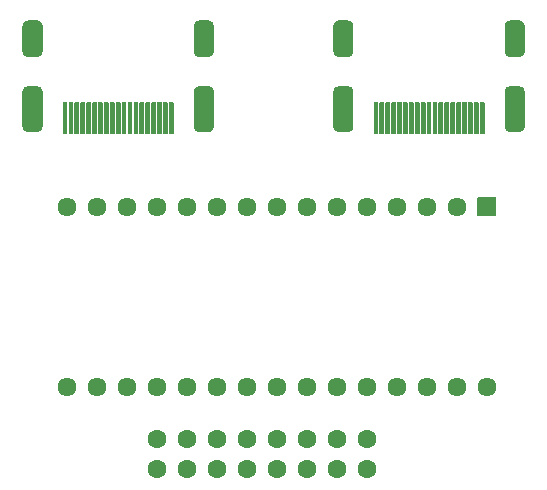
<source format=gbr>
G04 #@! TF.GenerationSoftware,KiCad,Pcbnew,(5.1.10-1-10_14)*
G04 #@! TF.CreationDate,2021-11-29T00:01:07-05:00*
G04 #@! TF.ProjectId,SNAC Sniffer SQUARE,534e4143-2053-46e6-9966-666572205351,1*
G04 #@! TF.SameCoordinates,Original*
G04 #@! TF.FileFunction,Soldermask,Top*
G04 #@! TF.FilePolarity,Negative*
%FSLAX46Y46*%
G04 Gerber Fmt 4.6, Leading zero omitted, Abs format (unit mm)*
G04 Created by KiCad (PCBNEW (5.1.10-1-10_14)) date 2021-11-29 00:01:07*
%MOMM*%
%LPD*%
G01*
G04 APERTURE LIST*
%ADD10C,1.601600*%
%ADD11C,1.609600*%
G04 APERTURE END LIST*
D10*
X130530000Y-131690000D03*
X130530000Y-129150000D03*
X133070000Y-131690000D03*
X133070000Y-129150000D03*
X135610000Y-131690000D03*
X135610000Y-129150000D03*
X138150000Y-131690000D03*
X138150000Y-129150000D03*
X140690000Y-131690000D03*
X140690000Y-129150000D03*
X143230000Y-131690000D03*
X143230000Y-129150000D03*
X145770000Y-131690000D03*
X145770000Y-129150000D03*
X148310000Y-131690000D03*
X148310000Y-129150000D03*
G36*
G01*
X120850800Y-94154600D02*
X120850800Y-96405400D01*
G75*
G02*
X120425400Y-96830800I-425400J0D01*
G01*
X119574600Y-96830800D01*
G75*
G02*
X119149200Y-96405400I0J425400D01*
G01*
X119149200Y-94154600D01*
G75*
G02*
X119574600Y-93729200I425400J0D01*
G01*
X120425400Y-93729200D01*
G75*
G02*
X120850800Y-94154600I0J-425400D01*
G01*
G37*
G36*
G01*
X135350800Y-94154600D02*
X135350800Y-96405400D01*
G75*
G02*
X134925400Y-96830800I-425400J0D01*
G01*
X134074600Y-96830800D01*
G75*
G02*
X133649200Y-96405400I0J425400D01*
G01*
X133649200Y-94154600D01*
G75*
G02*
X134074600Y-93729200I425400J0D01*
G01*
X134925400Y-93729200D01*
G75*
G02*
X135350800Y-94154600I0J-425400D01*
G01*
G37*
G36*
G01*
X135350800Y-99714600D02*
X135350800Y-102765400D01*
G75*
G02*
X134925400Y-103190800I-425400J0D01*
G01*
X134074600Y-103190800D01*
G75*
G02*
X133649200Y-102765400I0J425400D01*
G01*
X133649200Y-99714600D01*
G75*
G02*
X134074600Y-99289200I425400J0D01*
G01*
X134925400Y-99289200D01*
G75*
G02*
X135350800Y-99714600I0J-425400D01*
G01*
G37*
G36*
G01*
X120850800Y-99714600D02*
X120850800Y-102765400D01*
G75*
G02*
X120425400Y-103190800I-425400J0D01*
G01*
X119574600Y-103190800D01*
G75*
G02*
X119149200Y-102765400I0J425400D01*
G01*
X119149200Y-99714600D01*
G75*
G02*
X119574600Y-99289200I425400J0D01*
G01*
X120425400Y-99289200D01*
G75*
G02*
X120850800Y-99714600I0J-425400D01*
G01*
G37*
G36*
G01*
X131950800Y-100700000D02*
X131950800Y-103300000D01*
G75*
G02*
X131900000Y-103350800I-50800J0D01*
G01*
X131600000Y-103350800D01*
G75*
G02*
X131549200Y-103300000I0J50800D01*
G01*
X131549200Y-100700000D01*
G75*
G02*
X131600000Y-100649200I50800J0D01*
G01*
X131900000Y-100649200D01*
G75*
G02*
X131950800Y-100700000I0J-50800D01*
G01*
G37*
G36*
G01*
X131450800Y-100700000D02*
X131450800Y-103300000D01*
G75*
G02*
X131400000Y-103350800I-50800J0D01*
G01*
X131100000Y-103350800D01*
G75*
G02*
X131049200Y-103300000I0J50800D01*
G01*
X131049200Y-100700000D01*
G75*
G02*
X131100000Y-100649200I50800J0D01*
G01*
X131400000Y-100649200D01*
G75*
G02*
X131450800Y-100700000I0J-50800D01*
G01*
G37*
G36*
G01*
X130950800Y-100700000D02*
X130950800Y-103300000D01*
G75*
G02*
X130900000Y-103350800I-50800J0D01*
G01*
X130600000Y-103350800D01*
G75*
G02*
X130549200Y-103300000I0J50800D01*
G01*
X130549200Y-100700000D01*
G75*
G02*
X130600000Y-100649200I50800J0D01*
G01*
X130900000Y-100649200D01*
G75*
G02*
X130950800Y-100700000I0J-50800D01*
G01*
G37*
G36*
G01*
X130450800Y-100700000D02*
X130450800Y-103300000D01*
G75*
G02*
X130400000Y-103350800I-50800J0D01*
G01*
X130100000Y-103350800D01*
G75*
G02*
X130049200Y-103300000I0J50800D01*
G01*
X130049200Y-100700000D01*
G75*
G02*
X130100000Y-100649200I50800J0D01*
G01*
X130400000Y-100649200D01*
G75*
G02*
X130450800Y-100700000I0J-50800D01*
G01*
G37*
G36*
G01*
X129950800Y-100700000D02*
X129950800Y-103300000D01*
G75*
G02*
X129900000Y-103350800I-50800J0D01*
G01*
X129600000Y-103350800D01*
G75*
G02*
X129549200Y-103300000I0J50800D01*
G01*
X129549200Y-100700000D01*
G75*
G02*
X129600000Y-100649200I50800J0D01*
G01*
X129900000Y-100649200D01*
G75*
G02*
X129950800Y-100700000I0J-50800D01*
G01*
G37*
G36*
G01*
X129450800Y-100700000D02*
X129450800Y-103300000D01*
G75*
G02*
X129400000Y-103350800I-50800J0D01*
G01*
X129100000Y-103350800D01*
G75*
G02*
X129049200Y-103300000I0J50800D01*
G01*
X129049200Y-100700000D01*
G75*
G02*
X129100000Y-100649200I50800J0D01*
G01*
X129400000Y-100649200D01*
G75*
G02*
X129450800Y-100700000I0J-50800D01*
G01*
G37*
G36*
G01*
X128950800Y-100700000D02*
X128950800Y-103300000D01*
G75*
G02*
X128900000Y-103350800I-50800J0D01*
G01*
X128600000Y-103350800D01*
G75*
G02*
X128549200Y-103300000I0J50800D01*
G01*
X128549200Y-100700000D01*
G75*
G02*
X128600000Y-100649200I50800J0D01*
G01*
X128900000Y-100649200D01*
G75*
G02*
X128950800Y-100700000I0J-50800D01*
G01*
G37*
G36*
G01*
X128450800Y-100700000D02*
X128450800Y-103300000D01*
G75*
G02*
X128400000Y-103350800I-50800J0D01*
G01*
X128100000Y-103350800D01*
G75*
G02*
X128049200Y-103300000I0J50800D01*
G01*
X128049200Y-100700000D01*
G75*
G02*
X128100000Y-100649200I50800J0D01*
G01*
X128400000Y-100649200D01*
G75*
G02*
X128450800Y-100700000I0J-50800D01*
G01*
G37*
G36*
G01*
X127950800Y-100700000D02*
X127950800Y-103300000D01*
G75*
G02*
X127900000Y-103350800I-50800J0D01*
G01*
X127600000Y-103350800D01*
G75*
G02*
X127549200Y-103300000I0J50800D01*
G01*
X127549200Y-100700000D01*
G75*
G02*
X127600000Y-100649200I50800J0D01*
G01*
X127900000Y-100649200D01*
G75*
G02*
X127950800Y-100700000I0J-50800D01*
G01*
G37*
G36*
G01*
X127450800Y-100700000D02*
X127450800Y-103300000D01*
G75*
G02*
X127400000Y-103350800I-50800J0D01*
G01*
X127100000Y-103350800D01*
G75*
G02*
X127049200Y-103300000I0J50800D01*
G01*
X127049200Y-100700000D01*
G75*
G02*
X127100000Y-100649200I50800J0D01*
G01*
X127400000Y-100649200D01*
G75*
G02*
X127450800Y-100700000I0J-50800D01*
G01*
G37*
G36*
G01*
X126950800Y-100700000D02*
X126950800Y-103300000D01*
G75*
G02*
X126900000Y-103350800I-50800J0D01*
G01*
X126600000Y-103350800D01*
G75*
G02*
X126549200Y-103300000I0J50800D01*
G01*
X126549200Y-100700000D01*
G75*
G02*
X126600000Y-100649200I50800J0D01*
G01*
X126900000Y-100649200D01*
G75*
G02*
X126950800Y-100700000I0J-50800D01*
G01*
G37*
G36*
G01*
X126450800Y-100700000D02*
X126450800Y-103300000D01*
G75*
G02*
X126400000Y-103350800I-50800J0D01*
G01*
X126100000Y-103350800D01*
G75*
G02*
X126049200Y-103300000I0J50800D01*
G01*
X126049200Y-100700000D01*
G75*
G02*
X126100000Y-100649200I50800J0D01*
G01*
X126400000Y-100649200D01*
G75*
G02*
X126450800Y-100700000I0J-50800D01*
G01*
G37*
G36*
G01*
X125950800Y-100700000D02*
X125950800Y-103300000D01*
G75*
G02*
X125900000Y-103350800I-50800J0D01*
G01*
X125600000Y-103350800D01*
G75*
G02*
X125549200Y-103300000I0J50800D01*
G01*
X125549200Y-100700000D01*
G75*
G02*
X125600000Y-100649200I50800J0D01*
G01*
X125900000Y-100649200D01*
G75*
G02*
X125950800Y-100700000I0J-50800D01*
G01*
G37*
G36*
G01*
X125450800Y-100700000D02*
X125450800Y-103300000D01*
G75*
G02*
X125400000Y-103350800I-50800J0D01*
G01*
X125100000Y-103350800D01*
G75*
G02*
X125049200Y-103300000I0J50800D01*
G01*
X125049200Y-100700000D01*
G75*
G02*
X125100000Y-100649200I50800J0D01*
G01*
X125400000Y-100649200D01*
G75*
G02*
X125450800Y-100700000I0J-50800D01*
G01*
G37*
G36*
G01*
X124950800Y-100700000D02*
X124950800Y-103300000D01*
G75*
G02*
X124900000Y-103350800I-50800J0D01*
G01*
X124600000Y-103350800D01*
G75*
G02*
X124549200Y-103300000I0J50800D01*
G01*
X124549200Y-100700000D01*
G75*
G02*
X124600000Y-100649200I50800J0D01*
G01*
X124900000Y-100649200D01*
G75*
G02*
X124950800Y-100700000I0J-50800D01*
G01*
G37*
G36*
G01*
X124450800Y-100700000D02*
X124450800Y-103300000D01*
G75*
G02*
X124400000Y-103350800I-50800J0D01*
G01*
X124100000Y-103350800D01*
G75*
G02*
X124049200Y-103300000I0J50800D01*
G01*
X124049200Y-100700000D01*
G75*
G02*
X124100000Y-100649200I50800J0D01*
G01*
X124400000Y-100649200D01*
G75*
G02*
X124450800Y-100700000I0J-50800D01*
G01*
G37*
G36*
G01*
X123950800Y-100700000D02*
X123950800Y-103300000D01*
G75*
G02*
X123900000Y-103350800I-50800J0D01*
G01*
X123600000Y-103350800D01*
G75*
G02*
X123549200Y-103300000I0J50800D01*
G01*
X123549200Y-100700000D01*
G75*
G02*
X123600000Y-100649200I50800J0D01*
G01*
X123900000Y-100649200D01*
G75*
G02*
X123950800Y-100700000I0J-50800D01*
G01*
G37*
G36*
G01*
X123450800Y-100700000D02*
X123450800Y-103300000D01*
G75*
G02*
X123400000Y-103350800I-50800J0D01*
G01*
X123100000Y-103350800D01*
G75*
G02*
X123049200Y-103300000I0J50800D01*
G01*
X123049200Y-100700000D01*
G75*
G02*
X123100000Y-100649200I50800J0D01*
G01*
X123400000Y-100649200D01*
G75*
G02*
X123450800Y-100700000I0J-50800D01*
G01*
G37*
G36*
G01*
X122950800Y-100700000D02*
X122950800Y-103300000D01*
G75*
G02*
X122900000Y-103350800I-50800J0D01*
G01*
X122600000Y-103350800D01*
G75*
G02*
X122549200Y-103300000I0J50800D01*
G01*
X122549200Y-100700000D01*
G75*
G02*
X122600000Y-100649200I50800J0D01*
G01*
X122900000Y-100649200D01*
G75*
G02*
X122950800Y-100700000I0J-50800D01*
G01*
G37*
G36*
G01*
X147170800Y-94154600D02*
X147170800Y-96405400D01*
G75*
G02*
X146745400Y-96830800I-425400J0D01*
G01*
X145894600Y-96830800D01*
G75*
G02*
X145469200Y-96405400I0J425400D01*
G01*
X145469200Y-94154600D01*
G75*
G02*
X145894600Y-93729200I425400J0D01*
G01*
X146745400Y-93729200D01*
G75*
G02*
X147170800Y-94154600I0J-425400D01*
G01*
G37*
G36*
G01*
X161670800Y-94154600D02*
X161670800Y-96405400D01*
G75*
G02*
X161245400Y-96830800I-425400J0D01*
G01*
X160394600Y-96830800D01*
G75*
G02*
X159969200Y-96405400I0J425400D01*
G01*
X159969200Y-94154600D01*
G75*
G02*
X160394600Y-93729200I425400J0D01*
G01*
X161245400Y-93729200D01*
G75*
G02*
X161670800Y-94154600I0J-425400D01*
G01*
G37*
G36*
G01*
X161670800Y-99714600D02*
X161670800Y-102765400D01*
G75*
G02*
X161245400Y-103190800I-425400J0D01*
G01*
X160394600Y-103190800D01*
G75*
G02*
X159969200Y-102765400I0J425400D01*
G01*
X159969200Y-99714600D01*
G75*
G02*
X160394600Y-99289200I425400J0D01*
G01*
X161245400Y-99289200D01*
G75*
G02*
X161670800Y-99714600I0J-425400D01*
G01*
G37*
G36*
G01*
X147170800Y-99714600D02*
X147170800Y-102765400D01*
G75*
G02*
X146745400Y-103190800I-425400J0D01*
G01*
X145894600Y-103190800D01*
G75*
G02*
X145469200Y-102765400I0J425400D01*
G01*
X145469200Y-99714600D01*
G75*
G02*
X145894600Y-99289200I425400J0D01*
G01*
X146745400Y-99289200D01*
G75*
G02*
X147170800Y-99714600I0J-425400D01*
G01*
G37*
G36*
G01*
X158270800Y-100700000D02*
X158270800Y-103300000D01*
G75*
G02*
X158220000Y-103350800I-50800J0D01*
G01*
X157920000Y-103350800D01*
G75*
G02*
X157869200Y-103300000I0J50800D01*
G01*
X157869200Y-100700000D01*
G75*
G02*
X157920000Y-100649200I50800J0D01*
G01*
X158220000Y-100649200D01*
G75*
G02*
X158270800Y-100700000I0J-50800D01*
G01*
G37*
G36*
G01*
X157770800Y-100700000D02*
X157770800Y-103300000D01*
G75*
G02*
X157720000Y-103350800I-50800J0D01*
G01*
X157420000Y-103350800D01*
G75*
G02*
X157369200Y-103300000I0J50800D01*
G01*
X157369200Y-100700000D01*
G75*
G02*
X157420000Y-100649200I50800J0D01*
G01*
X157720000Y-100649200D01*
G75*
G02*
X157770800Y-100700000I0J-50800D01*
G01*
G37*
G36*
G01*
X157270800Y-100700000D02*
X157270800Y-103300000D01*
G75*
G02*
X157220000Y-103350800I-50800J0D01*
G01*
X156920000Y-103350800D01*
G75*
G02*
X156869200Y-103300000I0J50800D01*
G01*
X156869200Y-100700000D01*
G75*
G02*
X156920000Y-100649200I50800J0D01*
G01*
X157220000Y-100649200D01*
G75*
G02*
X157270800Y-100700000I0J-50800D01*
G01*
G37*
G36*
G01*
X156770800Y-100700000D02*
X156770800Y-103300000D01*
G75*
G02*
X156720000Y-103350800I-50800J0D01*
G01*
X156420000Y-103350800D01*
G75*
G02*
X156369200Y-103300000I0J50800D01*
G01*
X156369200Y-100700000D01*
G75*
G02*
X156420000Y-100649200I50800J0D01*
G01*
X156720000Y-100649200D01*
G75*
G02*
X156770800Y-100700000I0J-50800D01*
G01*
G37*
G36*
G01*
X156270800Y-100700000D02*
X156270800Y-103300000D01*
G75*
G02*
X156220000Y-103350800I-50800J0D01*
G01*
X155920000Y-103350800D01*
G75*
G02*
X155869200Y-103300000I0J50800D01*
G01*
X155869200Y-100700000D01*
G75*
G02*
X155920000Y-100649200I50800J0D01*
G01*
X156220000Y-100649200D01*
G75*
G02*
X156270800Y-100700000I0J-50800D01*
G01*
G37*
G36*
G01*
X155770800Y-100700000D02*
X155770800Y-103300000D01*
G75*
G02*
X155720000Y-103350800I-50800J0D01*
G01*
X155420000Y-103350800D01*
G75*
G02*
X155369200Y-103300000I0J50800D01*
G01*
X155369200Y-100700000D01*
G75*
G02*
X155420000Y-100649200I50800J0D01*
G01*
X155720000Y-100649200D01*
G75*
G02*
X155770800Y-100700000I0J-50800D01*
G01*
G37*
G36*
G01*
X155270800Y-100700000D02*
X155270800Y-103300000D01*
G75*
G02*
X155220000Y-103350800I-50800J0D01*
G01*
X154920000Y-103350800D01*
G75*
G02*
X154869200Y-103300000I0J50800D01*
G01*
X154869200Y-100700000D01*
G75*
G02*
X154920000Y-100649200I50800J0D01*
G01*
X155220000Y-100649200D01*
G75*
G02*
X155270800Y-100700000I0J-50800D01*
G01*
G37*
G36*
G01*
X154770800Y-100700000D02*
X154770800Y-103300000D01*
G75*
G02*
X154720000Y-103350800I-50800J0D01*
G01*
X154420000Y-103350800D01*
G75*
G02*
X154369200Y-103300000I0J50800D01*
G01*
X154369200Y-100700000D01*
G75*
G02*
X154420000Y-100649200I50800J0D01*
G01*
X154720000Y-100649200D01*
G75*
G02*
X154770800Y-100700000I0J-50800D01*
G01*
G37*
G36*
G01*
X154270800Y-100700000D02*
X154270800Y-103300000D01*
G75*
G02*
X154220000Y-103350800I-50800J0D01*
G01*
X153920000Y-103350800D01*
G75*
G02*
X153869200Y-103300000I0J50800D01*
G01*
X153869200Y-100700000D01*
G75*
G02*
X153920000Y-100649200I50800J0D01*
G01*
X154220000Y-100649200D01*
G75*
G02*
X154270800Y-100700000I0J-50800D01*
G01*
G37*
G36*
G01*
X153770800Y-100700000D02*
X153770800Y-103300000D01*
G75*
G02*
X153720000Y-103350800I-50800J0D01*
G01*
X153420000Y-103350800D01*
G75*
G02*
X153369200Y-103300000I0J50800D01*
G01*
X153369200Y-100700000D01*
G75*
G02*
X153420000Y-100649200I50800J0D01*
G01*
X153720000Y-100649200D01*
G75*
G02*
X153770800Y-100700000I0J-50800D01*
G01*
G37*
G36*
G01*
X153270800Y-100700000D02*
X153270800Y-103300000D01*
G75*
G02*
X153220000Y-103350800I-50800J0D01*
G01*
X152920000Y-103350800D01*
G75*
G02*
X152869200Y-103300000I0J50800D01*
G01*
X152869200Y-100700000D01*
G75*
G02*
X152920000Y-100649200I50800J0D01*
G01*
X153220000Y-100649200D01*
G75*
G02*
X153270800Y-100700000I0J-50800D01*
G01*
G37*
G36*
G01*
X152770800Y-100700000D02*
X152770800Y-103300000D01*
G75*
G02*
X152720000Y-103350800I-50800J0D01*
G01*
X152420000Y-103350800D01*
G75*
G02*
X152369200Y-103300000I0J50800D01*
G01*
X152369200Y-100700000D01*
G75*
G02*
X152420000Y-100649200I50800J0D01*
G01*
X152720000Y-100649200D01*
G75*
G02*
X152770800Y-100700000I0J-50800D01*
G01*
G37*
G36*
G01*
X152270800Y-100700000D02*
X152270800Y-103300000D01*
G75*
G02*
X152220000Y-103350800I-50800J0D01*
G01*
X151920000Y-103350800D01*
G75*
G02*
X151869200Y-103300000I0J50800D01*
G01*
X151869200Y-100700000D01*
G75*
G02*
X151920000Y-100649200I50800J0D01*
G01*
X152220000Y-100649200D01*
G75*
G02*
X152270800Y-100700000I0J-50800D01*
G01*
G37*
G36*
G01*
X151770800Y-100700000D02*
X151770800Y-103300000D01*
G75*
G02*
X151720000Y-103350800I-50800J0D01*
G01*
X151420000Y-103350800D01*
G75*
G02*
X151369200Y-103300000I0J50800D01*
G01*
X151369200Y-100700000D01*
G75*
G02*
X151420000Y-100649200I50800J0D01*
G01*
X151720000Y-100649200D01*
G75*
G02*
X151770800Y-100700000I0J-50800D01*
G01*
G37*
G36*
G01*
X151270800Y-100700000D02*
X151270800Y-103300000D01*
G75*
G02*
X151220000Y-103350800I-50800J0D01*
G01*
X150920000Y-103350800D01*
G75*
G02*
X150869200Y-103300000I0J50800D01*
G01*
X150869200Y-100700000D01*
G75*
G02*
X150920000Y-100649200I50800J0D01*
G01*
X151220000Y-100649200D01*
G75*
G02*
X151270800Y-100700000I0J-50800D01*
G01*
G37*
G36*
G01*
X150770800Y-100700000D02*
X150770800Y-103300000D01*
G75*
G02*
X150720000Y-103350800I-50800J0D01*
G01*
X150420000Y-103350800D01*
G75*
G02*
X150369200Y-103300000I0J50800D01*
G01*
X150369200Y-100700000D01*
G75*
G02*
X150420000Y-100649200I50800J0D01*
G01*
X150720000Y-100649200D01*
G75*
G02*
X150770800Y-100700000I0J-50800D01*
G01*
G37*
G36*
G01*
X150270800Y-100700000D02*
X150270800Y-103300000D01*
G75*
G02*
X150220000Y-103350800I-50800J0D01*
G01*
X149920000Y-103350800D01*
G75*
G02*
X149869200Y-103300000I0J50800D01*
G01*
X149869200Y-100700000D01*
G75*
G02*
X149920000Y-100649200I50800J0D01*
G01*
X150220000Y-100649200D01*
G75*
G02*
X150270800Y-100700000I0J-50800D01*
G01*
G37*
G36*
G01*
X149770800Y-100700000D02*
X149770800Y-103300000D01*
G75*
G02*
X149720000Y-103350800I-50800J0D01*
G01*
X149420000Y-103350800D01*
G75*
G02*
X149369200Y-103300000I0J50800D01*
G01*
X149369200Y-100700000D01*
G75*
G02*
X149420000Y-100649200I50800J0D01*
G01*
X149720000Y-100649200D01*
G75*
G02*
X149770800Y-100700000I0J-50800D01*
G01*
G37*
G36*
G01*
X149270800Y-100700000D02*
X149270800Y-103300000D01*
G75*
G02*
X149220000Y-103350800I-50800J0D01*
G01*
X148920000Y-103350800D01*
G75*
G02*
X148869200Y-103300000I0J50800D01*
G01*
X148869200Y-100700000D01*
G75*
G02*
X148920000Y-100649200I50800J0D01*
G01*
X149220000Y-100649200D01*
G75*
G02*
X149270800Y-100700000I0J-50800D01*
G01*
G37*
G36*
G01*
X157696000Y-108695200D02*
X159204000Y-108695200D01*
G75*
G02*
X159254800Y-108746000I0J-50800D01*
G01*
X159254800Y-110254000D01*
G75*
G02*
X159204000Y-110304800I-50800J0D01*
G01*
X157696000Y-110304800D01*
G75*
G02*
X157645200Y-110254000I0J50800D01*
G01*
X157645200Y-108746000D01*
G75*
G02*
X157696000Y-108695200I50800J0D01*
G01*
G37*
D11*
X155910000Y-109500000D03*
X153370000Y-109500000D03*
X150830000Y-109500000D03*
X148290000Y-109500000D03*
X145750000Y-109500000D03*
X143210000Y-109500000D03*
X140670000Y-109500000D03*
X138130000Y-109500000D03*
X135590000Y-109500000D03*
X133050000Y-109500000D03*
X130510000Y-109500000D03*
X127970000Y-109500000D03*
X125430000Y-109500000D03*
X122890000Y-109500000D03*
X122890000Y-124740000D03*
X125430000Y-124740000D03*
X127970000Y-124740000D03*
X130510000Y-124740000D03*
X133050000Y-124740000D03*
X135590000Y-124740000D03*
X138130000Y-124740000D03*
X140670000Y-124740000D03*
X143210000Y-124740000D03*
X145750000Y-124740000D03*
X148290000Y-124740000D03*
X150830000Y-124740000D03*
X153370000Y-124740000D03*
X155910000Y-124740000D03*
X158450000Y-124740000D03*
M02*

</source>
